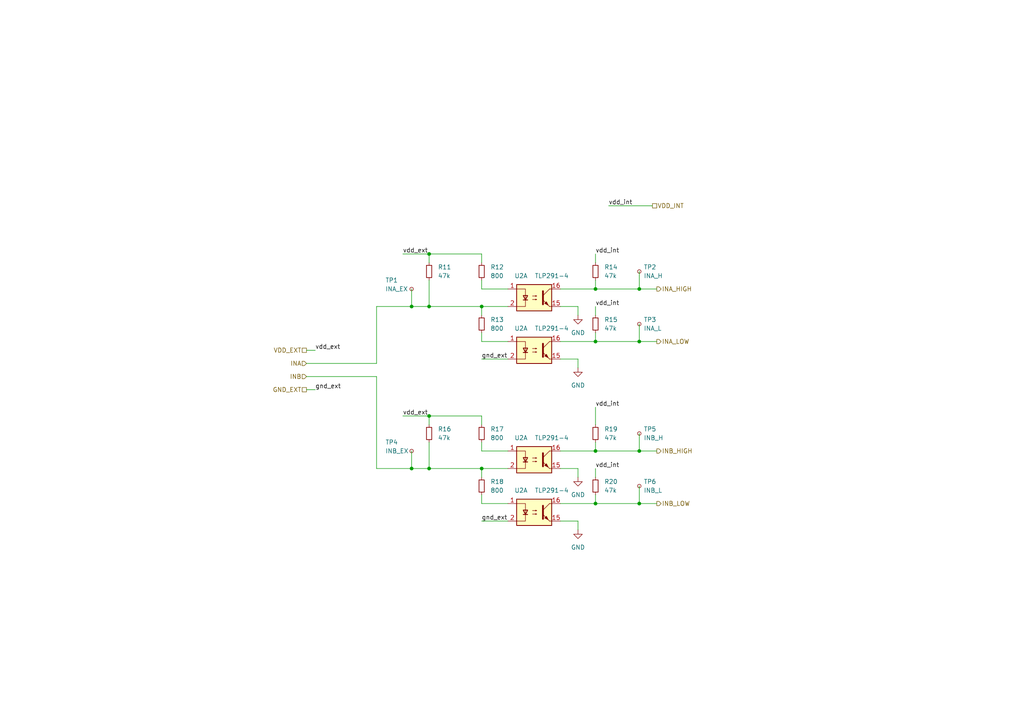
<source format=kicad_sch>
(kicad_sch (version 20211123) (generator eeschema)
  (paper "A4")
  (lib_symbols
    (symbol "Connector:TestPoint_Small" (pin_numbers hide) (pin_names (offset 0.762) hide)
      (property "Reference" "TP" (at 0 3.81 0))
      (property "Value" "TestPoint_Small" (at 0 2.032 0))
      (symbol "TestPoint_Small_0_1"
        (circle (center 0 0) (radius 0.508))
      )
      (symbol "TestPoint_Small_1_1"
        (pin passive line (at 0 0 90) (length 0) (name "1") (number "1"))
      )
    )
    (symbol "Device:R_Small" (pin_numbers hide) (pin_names (offset 0.254) hide)
      (property "Reference" "R" (at 0.762 0.508 0))
      (property "Value" "R_Small" (at 0.762 -1.016 0))
      (symbol "R_Small_0_1"
        (rectangle (start -0.762 1.778) (end 0.762 -1.778) (stroke (width 0.2032)))
      )
      (symbol "R_Small_1_1"
        (pin passive line (at 0 2.54 270) (length 0.762) (name "~") (number "1"))
        (pin passive line (at 0 -2.54 90) (length 0.762) (name "~") (number "2"))
      )
    )
    (symbol "Isolator:TLP291-4"
      (property "Reference" "U" (at -5.08 5.08 0))
      (property "Value" "TLP291-4" (at 0 5.08 0))
      (symbol "TLP291-4_0_1"
        (rectangle (start -5.08 3.81) (end 5.08 -3.81) (stroke (width 0.254)) (fill (type background)))
        (polyline (pts (xy -3.175 -0.635) (xy -1.905 -0.635)) (stroke (width 0.254)))
        (polyline (pts (xy 2.54 0.635) (xy 4.445 2.54)))
        (polyline (pts (xy 4.445 -2.54) (xy 2.54 -0.635)) (fill (type outline)))
        (polyline (pts (xy 4.445 -2.54) (xy 5.08 -2.54)))
        (polyline (pts (xy 4.445 2.54) (xy 5.08 2.54)))
        (polyline (pts (xy -5.08 2.54) (xy -2.54 2.54) (xy -2.54 0.635)))
        (polyline (pts (xy -2.54 0.635) (xy -2.54 -2.54) (xy -5.08 -2.54)))
        (polyline (pts (xy 2.54 1.905) (xy 2.54 -1.905) (xy 2.54 -1.905)) (stroke (width 0.508)))
        (polyline (pts (xy -2.54 -0.635) (xy -3.175 0.635) (xy -1.905 0.635) (xy -2.54 -0.635)) (stroke (width 0.254)))
        (polyline (pts (xy -0.508 -0.508) (xy 0.762 -0.508) (xy 0.381 -0.635) (xy 0.381 -0.381) (xy 0.762 -0.508)))
        (polyline (pts (xy -0.508 0.508) (xy 0.762 0.508) (xy 0.381 0.381) (xy 0.381 0.635) (xy 0.762 0.508)))
        (polyline (pts (xy 3.048 -1.651) (xy 3.556 -1.143) (xy 4.064 -2.159) (xy 3.048 -1.651) (xy 3.048 -1.651)) (fill (type outline)))
      )
      (symbol "TLP291-4_1_1"
        (pin passive line (at -7.62 2.54 0) (length 2.54) (name "~") (number "1"))
        (pin passive line (at 7.62 -2.54 180) (length 2.54) (name "~") (number "15"))
        (pin passive line (at 7.62 2.54 180) (length 2.54) (name "~") (number "16"))
        (pin passive line (at -7.62 -2.54 0) (length 2.54) (name "~") (number "2"))
      )
      (symbol "TLP291-4_2_1"
        (pin passive line (at 7.62 -2.54 180) (length 2.54) (name "~") (number "13"))
        (pin passive line (at 7.62 2.54 180) (length 2.54) (name "~") (number "14"))
        (pin passive line (at -7.62 2.54 0) (length 2.54) (name "~") (number "3"))
        (pin passive line (at -7.62 -2.54 0) (length 2.54) (name "~") (number "4"))
      )
      (symbol "TLP291-4_3_1"
        (pin passive line (at 7.62 -2.54 180) (length 2.54) (name "~") (number "11"))
        (pin passive line (at 7.62 2.54 180) (length 2.54) (name "~") (number "12"))
        (pin passive line (at -7.62 2.54 0) (length 2.54) (name "~") (number "5"))
        (pin passive line (at -7.62 -2.54 0) (length 2.54) (name "~") (number "6"))
      )
      (symbol "TLP291-4_4_1"
        (pin passive line (at 7.62 2.54 180) (length 2.54) (name "~") (number "10"))
        (pin passive line (at -7.62 2.54 0) (length 2.54) (name "~") (number "7"))
        (pin passive line (at -7.62 -2.54 0) (length 2.54) (name "~") (number "8"))
        (pin passive line (at 7.62 -2.54 180) (length 2.54) (name "~") (number "9"))
      )
    )
    (symbol "power:GND" (power) (pin_names (offset 0))
      (property "Value" "GND" (at 0 -3.81 0))
      (symbol "GND_0_1"
        (polyline (pts (xy 0 0) (xy 0 -1.27) (xy 1.27 -1.27) (xy 0 -2.54) (xy -1.27 -1.27) (xy 0 -1.27)))
      )
      (symbol "GND_1_1"
        (pin power_in line (at 0 0 270) (length 0) hide (name "GND") (number "1"))
      )
    )
  )
  (junction (at 119.38 135.89))
  (junction (at 124.46 88.9))
  (junction (at 139.7 88.9))
  (junction (at 139.7 135.89))
  (junction (at 172.72 99.06))
  (junction (at 124.46 73.66))
  (junction (at 185.42 99.06))
  (junction (at 185.42 130.81))
  (junction (at 185.42 146.05))
  (junction (at 172.72 130.81))
  (junction (at 185.42 83.82))
  (junction (at 172.72 83.82))
  (junction (at 119.38 88.9))
  (junction (at 124.46 135.89))
  (junction (at 124.46 120.65))
  (junction (at 172.72 146.05))
  (wire (pts (xy 162.56 99.06) (xy 172.72 99.06)))
  (wire (pts (xy 172.72 96.52) (xy 172.72 99.06)))
  (wire (pts (xy 185.42 99.06) (xy 190.5 99.06)))
  (wire (pts (xy 139.7 135.89) (xy 147.32 135.89)))
  (wire (pts (xy 139.7 151.13) (xy 147.32 151.13)))
  (wire (pts (xy 88.9 113.03) (xy 91.44 113.03)))
  (wire (pts (xy 185.42 130.81) (xy 190.5 130.81)))
  (wire (pts (xy 109.22 135.89) (xy 119.38 135.89)))
  (wire (pts (xy 172.72 83.82) (xy 185.42 83.82)))
  (wire (pts (xy 185.42 146.05) (xy 190.5 146.05)))
  (wire (pts (xy 119.38 130.81) (xy 119.38 135.89)))
  (wire (pts (xy 139.7 88.9) (xy 147.32 88.9)))
  (wire (pts (xy 139.7 120.65) (xy 139.7 123.19)))
  (wire (pts (xy 172.72 130.81) (xy 172.72 128.27)))
  (wire (pts (xy 139.7 81.28) (xy 139.7 83.82)))
  (wire (pts (xy 88.9 101.6) (xy 91.44 101.6)))
  (wire (pts (xy 185.42 83.82) (xy 190.5 83.82)))
  (wire (pts (xy 172.72 91.44) (xy 172.72 88.9)))
  (wire (pts (xy 109.22 105.41) (xy 88.9 105.41)))
  (wire (pts (xy 162.56 83.82) (xy 172.72 83.82)))
  (wire (pts (xy 162.56 146.05) (xy 172.72 146.05)))
  (wire (pts (xy 167.64 88.9) (xy 167.64 91.44)))
  (wire (pts (xy 185.42 125.73) (xy 185.42 130.81)))
  (wire (pts (xy 172.72 83.82) (xy 172.72 81.28)))
  (wire (pts (xy 139.7 130.81) (xy 147.32 130.81)))
  (wire (pts (xy 139.7 73.66) (xy 139.7 76.2)))
  (wire (pts (xy 109.22 109.22) (xy 109.22 135.89)))
  (wire (pts (xy 139.7 143.51) (xy 139.7 146.05)))
  (wire (pts (xy 162.56 130.81) (xy 172.72 130.81)))
  (wire (pts (xy 185.42 140.97) (xy 185.42 146.05)))
  (wire (pts (xy 167.64 153.67) (xy 167.64 151.13)))
  (wire (pts (xy 139.7 104.14) (xy 147.32 104.14)))
  (wire (pts (xy 119.38 135.89) (xy 124.46 135.89)))
  (wire (pts (xy 176.53 59.69) (xy 189.23 59.69)))
  (wire (pts (xy 172.72 130.81) (xy 185.42 130.81)))
  (wire (pts (xy 116.84 120.65) (xy 124.46 120.65)))
  (wire (pts (xy 119.38 83.82) (xy 119.38 88.9)))
  (wire (pts (xy 124.46 73.66) (xy 124.46 76.2)))
  (wire (pts (xy 139.7 83.82) (xy 147.32 83.82)))
  (wire (pts (xy 167.64 135.89) (xy 167.64 138.43)))
  (wire (pts (xy 124.46 73.66) (xy 139.7 73.66)))
  (wire (pts (xy 124.46 120.65) (xy 139.7 120.65)))
  (wire (pts (xy 124.46 135.89) (xy 139.7 135.89)))
  (wire (pts (xy 162.56 88.9) (xy 167.64 88.9)))
  (wire (pts (xy 139.7 88.9) (xy 139.7 91.44)))
  (wire (pts (xy 124.46 88.9) (xy 139.7 88.9)))
  (wire (pts (xy 185.42 93.98) (xy 185.42 99.06)))
  (wire (pts (xy 139.7 96.52) (xy 139.7 99.06)))
  (wire (pts (xy 172.72 123.19) (xy 172.72 118.11)))
  (wire (pts (xy 162.56 135.89) (xy 167.64 135.89)))
  (wire (pts (xy 172.72 143.51) (xy 172.72 146.05)))
  (wire (pts (xy 172.72 76.2) (xy 172.72 73.66)))
  (wire (pts (xy 167.64 106.68) (xy 167.64 104.14)))
  (wire (pts (xy 172.72 138.43) (xy 172.72 135.89)))
  (wire (pts (xy 88.9 109.22) (xy 109.22 109.22)))
  (wire (pts (xy 139.7 135.89) (xy 139.7 138.43)))
  (wire (pts (xy 172.72 99.06) (xy 185.42 99.06)))
  (wire (pts (xy 139.7 99.06) (xy 147.32 99.06)))
  (wire (pts (xy 162.56 104.14) (xy 167.64 104.14)))
  (wire (pts (xy 185.42 78.74) (xy 185.42 83.82)))
  (wire (pts (xy 139.7 128.27) (xy 139.7 130.81)))
  (wire (pts (xy 109.22 88.9) (xy 109.22 105.41)))
  (wire (pts (xy 124.46 81.28) (xy 124.46 88.9)))
  (wire (pts (xy 119.38 88.9) (xy 124.46 88.9)))
  (wire (pts (xy 139.7 146.05) (xy 147.32 146.05)))
  (wire (pts (xy 116.84 73.66) (xy 124.46 73.66)))
  (wire (pts (xy 109.22 88.9) (xy 119.38 88.9)))
  (wire (pts (xy 124.46 123.19) (xy 124.46 120.65)))
  (wire (pts (xy 172.72 146.05) (xy 185.42 146.05)))
  (wire (pts (xy 162.56 151.13) (xy 167.64 151.13)))
  (wire (pts (xy 124.46 128.27) (xy 124.46 135.89)))
  (label "vdd_int" (at 172.72 118.11 0))
  (label "vdd_ext" (at 116.84 120.65 0))
  (label "gnd_ext" (at 139.7 151.13 0))
  (label "vdd_ext" (at 116.84 73.66 0))
  (label "vdd_int" (at 172.72 88.9 0))
  (label "vdd_int" (at 172.72 135.89 0))
  (label "gnd_ext" (at 139.7 104.14 0))
  (label "vdd_int" (at 172.72 73.66 0))
  (label "gnd_ext" (at 91.44 113.03 0))
  (label "vdd_int" (at 176.53 59.69 0))
  (label "vdd_ext" (at 91.44 101.6 0))
  (hierarchical_label "INA_HIGH" (shape output) (at 190.5 83.82 0))
  (hierarchical_label "INB" (shape input) (at 88.9 109.22 180))
  (hierarchical_label "INA" (shape input) (at 88.9 105.41 180))
  (hierarchical_label "INB_LOW" (shape output) (at 190.5 146.05 0))
  (hierarchical_label "VDD_EXT" (shape passive) (at 88.9 101.6 180))
  (hierarchical_label "INB_HIGH" (shape output) (at 190.5 130.81 0))
  (hierarchical_label "GND_EXT" (shape passive) (at 88.9 113.03 180))
  (hierarchical_label "INA_LOW" (shape output) (at 190.5 99.06 0))
  (hierarchical_label "VDD_INT" (shape passive) (at 189.23 59.69 0))
  (symbol (lib_id "Device:R_Small") (at 139.7 93.98 0)
    (property "Reference" "R13" (at 142.24 92.7099 0) (effects (justify left)))
    (property "Value" "800" (at 142.24 95.2499 0) (effects (justify left)))
    (property "Footprint" "Resistor_SMD:R_0603_1608Metric" (effects hide))
  )
  (symbol (lib_id "Isolator:TLP291-4") (at 154.94 86.36 0)
    (property "Reference" "U2" (at 151.13 80.01 0))
    (property "Value" "TLP291-4" (at 160.02 80.01 0))
    (property "Footprint" "Package_SO:SOIC-16_4.55x10.3mm_P1.27mm" (effects hide))
    (property "Datasheet" "https://toshiba.semicon-storage.com/info/docget.jsp?did=12858&prodName=TLP291-4" (effects hide))
  )
  (symbol (lib_id "Connector:TestPoint_Small") (at 119.38 130.81 270)
    (property "Reference" "TP4" (at 111.76 128.27 90) (effects (justify left)))
    (property "Value" "INB_EX" (at 111.76 130.81 90) (effects (justify left)))
    (property "Footprint" "TestPoint:TestPoint_THTPad_D1.0mm_Drill0.5mm" (effects hide))
  )
  (symbol (lib_id "Device:R_Small") (at 172.72 125.73 0)
    (property "Reference" "R19" (at 175.26 124.4599 0) (effects (justify left)))
    (property "Value" "47k" (at 175.26 126.9999 0) (effects (justify left)))
    (property "Footprint" "Resistor_SMD:R_0402_1005Metric_Pad0.72x0.64mm_HandSolder" (effects hide))
  )
  (symbol (lib_id "Isolator:TLP291-4") (at 154.94 148.59 0)
    (property "Reference" "U2" (at 151.13 142.24 0))
    (property "Value" "TLP291-4" (at 160.02 142.24 0))
    (property "Footprint" "Package_SO:SOIC-16_4.55x10.3mm_P1.27mm" (effects hide))
    (property "Datasheet" "https://toshiba.semicon-storage.com/info/docget.jsp?did=12858&prodName=TLP291-4" (effects hide))
  )
  (symbol (lib_id "power:GND") (at 167.64 91.44 0)
    (property "Reference" "#PWR0108" (effects hide))
    (property "Value" "GND" (at 167.64 96.52 0))
  )
  (symbol (lib_id "Device:R_Small") (at 139.7 125.73 0)
    (property "Reference" "R17" (at 142.24 124.4599 0) (effects (justify left)))
    (property "Value" "800" (at 142.24 126.9999 0) (effects (justify left)))
    (property "Footprint" "Resistor_SMD:R_0603_1608Metric" (effects hide))
  )
  (symbol (lib_id "Connector:TestPoint_Small") (at 185.42 125.73 0)
    (property "Reference" "TP5" (at 186.69 124.4599 0) (effects (justify left)))
    (property "Value" "INB_H" (at 186.69 126.9999 0) (effects (justify left)))
    (property "Footprint" "TestPoint:TestPoint_THTPad_D1.0mm_Drill0.5mm" (effects hide))
  )
  (symbol (lib_id "Connector:TestPoint_Small") (at 185.42 93.98 0)
    (property "Reference" "TP3" (at 186.69 92.7099 0) (effects (justify left)))
    (property "Value" "INA_L" (at 186.69 95.2499 0) (effects (justify left)))
    (property "Footprint" "TestPoint:TestPoint_THTPad_D1.0mm_Drill0.5mm" (effects hide))
  )
  (symbol (lib_id "Device:R_Small") (at 124.46 125.73 0)
    (property "Reference" "R16" (at 127 124.4599 0) (effects (justify left)))
    (property "Value" "47k" (at 127 126.9999 0) (effects (justify left)))
    (property "Footprint" "Resistor_SMD:R_0402_1005Metric_Pad0.72x0.64mm_HandSolder" (effects hide))
  )
  (symbol (lib_id "Device:R_Small") (at 172.72 78.74 0)
    (property "Reference" "R14" (at 175.26 77.4699 0) (effects (justify left)))
    (property "Value" "47k" (at 175.26 80.0099 0) (effects (justify left)))
    (property "Footprint" "Resistor_SMD:R_0402_1005Metric_Pad0.72x0.64mm_HandSolder" (effects hide))
  )
  (symbol (lib_id "power:GND") (at 167.64 153.67 0)
    (property "Reference" "#PWR0110" (effects hide))
    (property "Value" "GND" (at 167.64 158.75 0))
  )
  (symbol (lib_id "power:GND") (at 167.64 138.43 0)
    (property "Reference" "#PWR0109" (effects hide))
    (property "Value" "GND" (at 167.64 143.51 0))
  )
  (symbol (lib_id "Device:R_Small") (at 172.72 140.97 0)
    (property "Reference" "R20" (at 175.26 139.6999 0) (effects (justify left)))
    (property "Value" "47k" (at 175.26 142.2399 0) (effects (justify left)))
    (property "Footprint" "Resistor_SMD:R_0402_1005Metric_Pad0.72x0.64mm_HandSolder" (effects hide))
  )
  (symbol (lib_id "Connector:TestPoint_Small") (at 119.38 83.82 270)
    (property "Reference" "TP1" (at 111.76 81.28 90) (effects (justify left)))
    (property "Value" "INA_EX" (at 111.76 83.82 90) (effects (justify left)))
    (property "Footprint" "TestPoint:TestPoint_THTPad_D1.0mm_Drill0.5mm" (effects hide))
  )
  (symbol (lib_id "Device:R_Small") (at 124.46 78.74 0)
    (property "Reference" "R11" (at 127 77.4699 0) (effects (justify left)))
    (property "Value" "47k" (at 127 80.0099 0) (effects (justify left)))
    (property "Footprint" "Resistor_SMD:R_0402_1005Metric_Pad0.72x0.64mm_HandSolder" (effects hide))
  )
  (symbol (lib_id "Device:R_Small") (at 139.7 78.74 0)
    (property "Reference" "R12" (at 142.24 77.4699 0) (effects (justify left)))
    (property "Value" "800" (at 142.24 80.0099 0) (effects (justify left)))
    (property "Footprint" "Resistor_SMD:R_0603_1608Metric" (effects hide))
  )
  (symbol (lib_id "power:GND") (at 167.64 106.68 0)
    (property "Reference" "#PWR0107" (effects hide))
    (property "Value" "GND" (at 167.64 111.76 0))
  )
  (symbol (lib_id "Isolator:TLP291-4") (at 154.94 101.6 0)
    (property "Reference" "U2" (at 151.13 95.25 0))
    (property "Value" "TLP291-4" (at 160.02 95.25 0))
    (property "Footprint" "Package_SO:SOIC-16_4.55x10.3mm_P1.27mm" (effects hide))
    (property "Datasheet" "https://toshiba.semicon-storage.com/info/docget.jsp?did=12858&prodName=TLP291-4" (effects hide))
  )
  (symbol (lib_id "Device:R_Small") (at 172.72 93.98 0)
    (property "Reference" "R15" (at 175.26 92.7099 0) (effects (justify left)))
    (property "Value" "47k" (at 175.26 95.2499 0) (effects (justify left)))
    (property "Footprint" "Resistor_SMD:R_0402_1005Metric_Pad0.72x0.64mm_HandSolder" (effects hide))
  )
  (symbol (lib_id "Device:R_Small") (at 139.7 140.97 0)
    (property "Reference" "R18" (at 142.24 139.6999 0) (effects (justify left)))
    (property "Value" "800" (at 142.24 142.2399 0) (effects (justify left)))
    (property "Footprint" "Resistor_SMD:R_0603_1608Metric" (effects hide))
  )
  (symbol (lib_id "Connector:TestPoint_Small") (at 185.42 140.97 0)
    (property "Reference" "TP6" (at 186.69 139.6999 0) (effects (justify left)))
    (property "Value" "INB_L" (at 186.69 142.2399 0) (effects (justify left)))
    (property "Footprint" "TestPoint:TestPoint_THTPad_D1.0mm_Drill0.5mm" (effects hide))
  )
  (symbol (lib_id "Connector:TestPoint_Small") (at 185.42 78.74 0)
    (property "Reference" "TP2" (at 186.69 77.4699 0) (effects (justify left)))
    (property "Value" "INA_H" (at 186.69 80.0099 0) (effects (justify left)))
    (property "Footprint" "TestPoint:TestPoint_THTPad_D1.0mm_Drill0.5mm" (effects hide))
  )
  (symbol (lib_id "Isolator:TLP291-4") (at 154.94 133.35 0)
    (property "Reference" "U2" (at 151.13 127 0))
    (property "Value" "TLP291-4" (at 160.02 127 0))
    (property "Footprint" "Package_SO:SOIC-16_4.55x10.3mm_P1.27mm" (effects hide))
    (property "Datasheet" "https://toshiba.semicon-storage.com/info/docget.jsp?did=12858&prodName=TLP291-4" (effects hide))
  )
)
</source>
